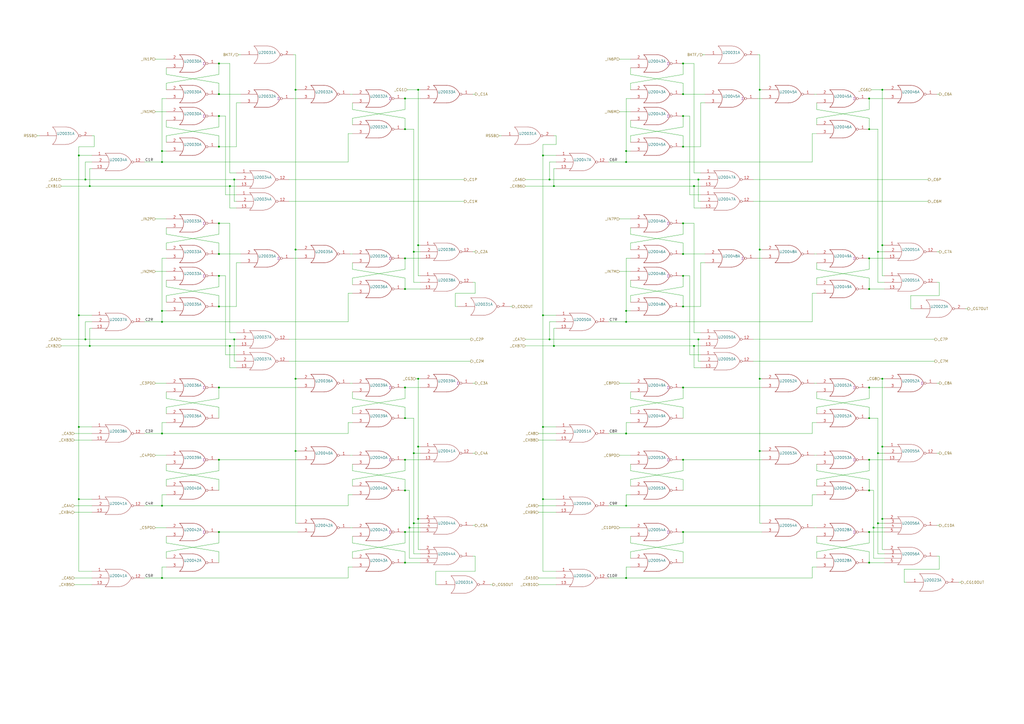
<source format=kicad_sch>
(kicad_sch (version 20211123) (generator eeschema)
  (paper "A2")
  (junction (at 242.57 300.99))
  (junction (at 234.95 57.15))
  (junction (at 440.69 219.71))
  (junction (at 440.69 144.78))
  (junction (at 242.57 219.71))
  (junction (at 396.24 224.79))
  (junction (at 49.53 196.85))
  (junction (at 509.27 146.05))
  (junction (at 127 54.61))
  (junction (at 234.95 74.93))
  (junction (at 171.45 52.07))
  (junction (at 237.49 306.07))
  (junction (at 363.22 293.37))
  (junction (at 52.07 200.66))
  (junction (at 511.81 259.08))
  (junction (at 135.89 104.14))
  (junction (at 234.95 242.57))
  (junction (at 396.24 85.09))
  (junction (at 234.95 284.48))
  (junction (at 127 177.8))
  (junction (at 511.81 219.71))
  (junction (at 314.96 182.88))
  (junction (at 242.57 142.24))
  (junction (at 127 224.79))
  (junction (at 45.72 182.88))
  (junction (at 396.24 129.54))
  (junction (at 314.96 289.56))
  (junction (at 234.95 266.7))
  (junction (at 405.13 196.85))
  (junction (at 52.07 107.95))
  (junction (at 127 36.83))
  (junction (at 127 67.31))
  (junction (at 509.27 262.89))
  (junction (at 506.73 306.07))
  (junction (at 127 85.09))
  (junction (at 135.89 196.85))
  (junction (at 127 147.32))
  (junction (at 93.98 87.63))
  (junction (at 504.19 149.86))
  (junction (at 240.03 146.05))
  (junction (at 242.57 259.08))
  (junction (at 171.45 144.78))
  (junction (at 318.77 104.14))
  (junction (at 133.35 107.95))
  (junction (at 240.03 303.53))
  (junction (at 396.24 54.61))
  (junction (at 127 129.54))
  (junction (at 93.98 180.34))
  (junction (at 504.19 284.48))
  (junction (at 396.24 266.7))
  (junction (at 363.22 87.63))
  (junction (at 396.24 160.02))
  (junction (at 363.22 335.28))
  (junction (at 405.13 104.14))
  (junction (at 363.22 251.46))
  (junction (at 171.45 219.71))
  (junction (at 234.95 167.64))
  (junction (at 363.22 180.34))
  (junction (at 396.24 177.8))
  (junction (at 402.59 200.66))
  (junction (at 504.19 308.61))
  (junction (at 504.19 242.57))
  (junction (at 504.19 266.7))
  (junction (at 511.81 52.07))
  (junction (at 93.98 93.98))
  (junction (at 504.19 224.79))
  (junction (at 314.96 247.65))
  (junction (at 234.95 326.39))
  (junction (at 504.19 326.39))
  (junction (at 240.03 262.89))
  (junction (at 314.96 90.17))
  (junction (at 93.98 251.46))
  (junction (at 127 308.61))
  (junction (at 133.35 200.66))
  (junction (at 440.69 261.62))
  (junction (at 504.19 57.15))
  (junction (at 504.19 167.64))
  (junction (at 234.95 149.86))
  (junction (at 511.81 300.99))
  (junction (at 45.72 247.65))
  (junction (at 509.27 303.53))
  (junction (at 321.31 107.95))
  (junction (at 45.72 289.56))
  (junction (at 511.81 142.24))
  (junction (at 396.24 67.31))
  (junction (at 318.77 196.85))
  (junction (at 396.24 308.61))
  (junction (at 127 266.7))
  (junction (at 363.22 186.69))
  (junction (at 234.95 224.79))
  (junction (at 93.98 335.28))
  (junction (at 321.31 200.66))
  (junction (at 440.69 52.07))
  (junction (at 127 160.02))
  (junction (at 242.57 52.07))
  (junction (at 402.59 107.95))
  (junction (at 45.72 90.17))
  (junction (at 93.98 293.37))
  (junction (at 396.24 36.83))
  (junction (at 93.98 186.69))
  (junction (at 504.19 74.93))
  (junction (at 49.53 104.14))
  (junction (at 171.45 261.62))
  (junction (at 396.24 147.32))
  (junction (at 363.22 93.98))
  (junction (at 234.95 308.61))
  (wire (pts (xy 252.73 339.09) (xy 252.73 331.47)))
  (wire (pts (xy 96.52 306.07) (xy 90.17 306.07)))
  (wire (pts (xy 396.24 48.26) (xy 365.76 43.18)))
  (wire (pts (xy 544.83 54.61) (xy 543.56 54.61)))
  (wire (pts (xy 52.07 190.5) (xy 52.07 200.66)))
  (wire (pts (xy 127 85.09) (xy 137.16 85.09)))
  (wire (pts (xy 96.52 34.29) (xy 90.17 34.29)))
  (wire (pts (xy 45.72 247.65) (xy 53.34 247.65)))
  (wire (pts (xy 295.91 177.8) (xy 297.18 177.8)))
  (wire (pts (xy 440.69 31.75) (xy 440.69 52.07)))
  (wire (pts (xy 96.52 78.74) (xy 96.52 82.55)))
  (wire (pts (xy 322.58 190.5) (xy 321.31 190.5)))
  (wire (pts (xy 275.59 262.89) (xy 274.32 262.89)))
  (wire (pts (xy 96.52 171.45) (xy 96.52 175.26)))
  (wire (pts (xy 234.95 74.93) (xy 234.95 68.58)))
  (wire (pts (xy 473.71 63.5) (xy 473.71 59.69)))
  (wire (pts (xy 440.69 261.62) (xy 441.96 261.62)))
  (wire (pts (xy 504.19 308.61) (xy 504.19 314.96)))
  (wire (pts (xy 504.19 68.58) (xy 473.71 63.5)))
  (wire (pts (xy 236.22 52.07) (xy 242.57 52.07)))
  (wire (pts (xy 436.88 104.14) (xy 538.48 104.14)))
  (wire (pts (xy 439.42 149.86) (xy 441.96 149.86)))
  (wire (pts (xy 234.95 74.93) (xy 240.03 74.93)))
  (wire (pts (xy 45.72 182.88) (xy 45.72 247.65)))
  (wire (pts (xy 96.52 314.96) (xy 96.52 311.15)))
  (wire (pts (xy 504.19 167.64) (xy 504.19 161.29)))
  (wire (pts (xy 504.19 149.86) (xy 504.19 156.21)))
  (wire (pts (xy 234.95 231.14) (xy 204.47 236.22)))
  (wire (pts (xy 365.76 231.14) (xy 365.76 227.33)))
  (wire (pts (xy 172.72 266.7) (xy 127 266.7)))
  (wire (pts (xy 234.95 273.05) (xy 204.47 278.13)))
  (wire (pts (xy 234.95 284.48) (xy 237.49 284.48)))
  (wire (pts (xy 96.52 273.05) (xy 96.52 269.24)))
  (wire (pts (xy 93.98 328.93) (xy 93.98 335.28)))
  (wire (pts (xy 22.86 78.74) (xy 21.59 78.74)))
  (wire (pts (xy 35.56 200.66) (xy 52.07 200.66)))
  (wire (pts (xy 234.95 156.21) (xy 204.47 161.29)))
  (wire (pts (xy 93.98 287.02) (xy 93.98 293.37)))
  (wire (pts (xy 264.16 177.8) (xy 264.16 170.18)))
  (wire (pts (xy 312.42 335.28) (xy 322.58 335.28)))
  (wire (pts (xy 172.72 224.79) (xy 127 224.79)))
  (wire (pts (xy 171.45 303.53) (xy 172.72 303.53)))
  (wire (pts (xy 365.76 73.66) (xy 365.76 69.85)))
  (wire (pts (xy 314.96 90.17) (xy 322.58 90.17)))
  (wire (pts (xy 363.22 293.37) (xy 471.17 293.37)))
  (wire (pts (xy 471.17 93.98) (xy 471.17 77.47)))
  (wire (pts (xy 275.59 54.61) (xy 274.32 54.61)))
  (wire (pts (xy 396.24 273.05) (xy 365.76 278.13)))
  (wire (pts (xy 96.52 320.04) (xy 96.52 323.85)))
  (wire (pts (xy 471.17 251.46) (xy 471.17 245.11)))
  (wire (pts (xy 504.19 161.29) (xy 473.71 156.21)))
  (wire (pts (xy 133.35 107.95) (xy 137.16 107.95)))
  (wire (pts (xy 127 67.31) (xy 127 73.66)))
  (wire (pts (xy 511.81 52.07) (xy 513.08 52.07)))
  (wire (pts (xy 234.95 68.58) (xy 204.47 63.5)))
  (wire (pts (xy 242.57 142.24) (xy 242.57 160.02)))
  (wire (pts (xy 504.19 156.21) (xy 473.71 161.29)))
  (wire (pts (xy 304.8 196.85) (xy 318.77 196.85)))
  (wire (pts (xy 45.72 182.88) (xy 53.34 182.88)))
  (wire (pts (xy 204.47 68.58) (xy 204.47 72.39)))
  (wire (pts (xy 544.83 146.05) (xy 543.56 146.05)))
  (wire (pts (xy 363.22 287.02) (xy 363.22 293.37)))
  (wire (pts (xy 43.18 293.37) (xy 53.34 293.37)))
  (wire (pts (xy 405.13 196.85) (xy 405.13 209.55)))
  (wire (pts (xy 167.64 209.55) (xy 273.05 209.55)))
  (wire (pts (xy 54.61 85.09) (xy 45.72 85.09)))
  (wire (pts (xy 171.45 219.71) (xy 171.45 261.62)))
  (wire (pts (xy 83.82 335.28) (xy 93.98 335.28)))
  (wire (pts (xy 396.24 326.39) (xy 396.24 320.04)))
  (wire (pts (xy 396.24 36.83) (xy 396.24 43.18)))
  (wire (pts (xy 234.95 224.79) (xy 234.95 231.14)))
  (wire (pts (xy 504.19 278.13) (xy 473.71 273.05)))
  (wire (pts (xy 396.24 236.22) (xy 365.76 231.14)))
  (wire (pts (xy 511.81 142.24) (xy 511.81 160.02)))
  (wire (pts (xy 52.07 107.95) (xy 133.35 107.95)))
  (wire (pts (xy 322.58 78.74) (xy 321.31 78.74)))
  (wire (pts (xy 52.07 97.79) (xy 52.07 107.95)))
  (wire (pts (xy 234.95 266.7) (xy 234.95 273.05)))
  (wire (pts (xy 96.52 278.13) (xy 96.52 281.94)))
  (wire (pts (xy 511.81 259.08) (xy 513.08 259.08)))
  (wire (pts (xy 402.59 100.33) (xy 406.4 100.33)))
  (wire (pts (xy 509.27 146.05) (xy 513.08 146.05)))
  (wire (pts (xy 396.24 320.04) (xy 365.76 314.96)))
  (wire (pts (xy 402.59 129.54) (xy 402.59 193.04)))
  (wire (pts (xy 400.05 160.02) (xy 400.05 205.74)))
  (wire (pts (xy 506.73 284.48) (xy 506.73 306.07)))
  (wire (pts (xy 133.35 107.95) (xy 133.35 120.65)))
  (wire (pts (xy 137.16 85.09) (xy 137.16 59.69)))
  (wire (pts (xy 396.24 67.31) (xy 396.24 73.66)))
  (wire (pts (xy 365.76 140.97) (xy 365.76 144.78)))
  (wire (pts (xy 322.58 297.18) (xy 312.42 297.18)))
  (wire (pts (xy 436.88 209.55) (xy 542.29 209.55)))
  (wire (pts (xy 353.06 293.37) (xy 363.22 293.37)))
  (wire (pts (xy 396.24 43.18) (xy 365.76 48.26)))
  (wire (pts (xy 402.59 200.66) (xy 406.4 200.66)))
  (wire (pts (xy 234.95 236.22) (xy 204.47 231.14)))
  (wire (pts (xy 127 320.04) (xy 96.52 314.96)))
  (wire (pts (xy 509.27 303.53) (xy 509.27 321.31)))
  (wire (pts (xy 201.93 245.11) (xy 204.47 245.11)))
  (wire (pts (xy 402.59 107.95) (xy 406.4 107.95)))
  (wire (pts (xy 49.53 93.98) (xy 53.34 93.98)))
  (wire (pts (xy 511.81 160.02) (xy 513.08 160.02)))
  (wire (pts (xy 524.51 330.2) (xy 524.51 337.82)))
  (wire (pts (xy 314.96 83.82) (xy 314.96 90.17)))
  (wire (pts (xy 204.47 273.05) (xy 204.47 269.24)))
  (wire (pts (xy 234.95 161.29) (xy 204.47 156.21)))
  (wire (pts (xy 402.59 36.83) (xy 402.59 100.33)))
  (wire (pts (xy 133.35 200.66) (xy 133.35 213.36)))
  (wire (pts (xy 96.52 64.77) (xy 90.17 64.77)))
  (wire (pts (xy 201.93 77.47) (xy 204.47 77.47)))
  (wire (pts (xy 130.81 160.02) (xy 130.81 205.74)))
  (wire (pts (xy 504.19 326.39) (xy 504.19 320.04)))
  (wire (pts (xy 396.24 147.32) (xy 408.94 147.32)))
  (wire (pts (xy 234.95 167.64) (xy 234.95 161.29)))
  (wire (pts (xy 171.45 219.71) (xy 172.72 219.71)))
  (wire (pts (xy 314.96 247.65) (xy 314.96 289.56)))
  (wire (pts (xy 35.56 104.14) (xy 49.53 104.14)))
  (wire (pts (xy 43.18 335.28) (xy 53.34 335.28)))
  (wire (pts (xy 504.19 284.48) (xy 504.19 278.13)))
  (wire (pts (xy 242.57 219.71) (xy 243.84 219.71)))
  (wire (pts (xy 204.47 236.22) (xy 204.47 240.03)))
  (wire (pts (xy 402.59 213.36) (xy 406.4 213.36)))
  (wire (pts (xy 242.57 318.77) (xy 243.84 318.77)))
  (wire (pts (xy 471.17 293.37) (xy 471.17 287.02)))
  (wire (pts (xy 506.73 306.07) (xy 513.08 306.07)))
  (wire (pts (xy 203.2 264.16) (xy 204.47 264.16)))
  (wire (pts (xy 127 129.54) (xy 133.35 129.54)))
  (wire (pts (xy 365.76 314.96) (xy 365.76 311.15)))
  (wire (pts (xy 511.81 300.99) (xy 511.81 318.77)))
  (wire (pts (xy 53.34 339.09) (xy 43.18 339.09)))
  (wire (pts (xy 127 231.14) (xy 96.52 236.22)))
  (wire (pts (xy 363.22 186.69) (xy 471.17 186.69)))
  (wire (pts (xy 203.2 306.07) (xy 204.47 306.07)))
  (wire (pts (xy 396.24 129.54) (xy 402.59 129.54)))
  (wire (pts (xy 234.95 242.57) (xy 234.95 236.22)))
  (wire (pts (xy 314.96 331.47) (xy 322.58 331.47)))
  (wire (pts (xy 234.95 308.61) (xy 243.84 308.61)))
  (wire (pts (xy 472.44 306.07) (xy 473.71 306.07)))
  (wire (pts (xy 35.56 107.95) (xy 52.07 107.95)))
  (wire (pts (xy 49.53 186.69) (xy 53.34 186.69)))
  (wire (pts (xy 511.81 318.77) (xy 513.08 318.77)))
  (wire (pts (xy 93.98 87.63) (xy 93.98 93.98)))
  (wire (pts (xy 543.56 322.58) (xy 544.83 322.58)))
  (wire (pts (xy 135.89 116.84) (xy 137.16 116.84)))
  (wire (pts (xy 472.44 147.32) (xy 473.71 147.32)))
  (wire (pts (xy 45.72 289.56) (xy 45.72 331.47)))
  (wire (pts (xy 543.56 163.83) (xy 544.83 163.83)))
  (wire (pts (xy 167.64 196.85) (xy 273.05 196.85)))
  (wire (pts (xy 93.98 293.37) (xy 201.93 293.37)))
  (wire (pts (xy 353.06 335.28) (xy 363.22 335.28)))
  (wire (pts (xy 234.95 57.15) (xy 234.95 63.5)))
  (wire (pts (xy 127 177.8) (xy 127 171.45)))
  (wire (pts (xy 396.24 266.7) (xy 396.24 273.05)))
  (wire (pts (xy 396.24 160.02) (xy 396.24 166.37)))
  (wire (pts (xy 318.77 104.14) (xy 318.77 93.98)))
  (wire (pts (xy 93.98 245.11) (xy 96.52 245.11)))
  (wire (pts (xy 234.95 284.48) (xy 234.95 278.13)))
  (wire (pts (xy 242.57 300.99) (xy 243.84 300.99)))
  (wire (pts (xy 201.93 293.37) (xy 201.93 287.02)))
  (wire (pts (xy 130.81 67.31) (xy 130.81 113.03)))
  (wire (pts (xy 127 160.02) (xy 130.81 160.02)))
  (wire (pts (xy 171.45 144.78) (xy 171.45 219.71)))
  (wire (pts (xy 204.47 314.96) (xy 204.47 311.15)))
  (wire (pts (xy 396.24 177.8) (xy 406.4 177.8)))
  (wire (pts (xy 544.83 222.25) (xy 543.56 222.25)))
  (wire (pts (xy 363.22 180.34) (xy 365.76 180.34)))
  (wire (pts (xy 504.19 224.79) (xy 504.19 231.14)))
  (wire (pts (xy 473.71 156.21) (xy 473.71 152.4)))
  (wire (pts (xy 204.47 161.29) (xy 204.47 165.1)))
  (wire (pts (xy 137.16 59.69) (xy 139.7 59.69)))
  (wire (pts (xy 400.05 113.03) (xy 406.4 113.03)))
  (wire (pts (xy 242.57 160.02) (xy 243.84 160.02)))
  (wire (pts (xy 436.88 196.85) (xy 542.29 196.85)))
  (wire (pts (xy 471.17 170.18) (xy 473.71 170.18)))
  (wire (pts (xy 240.03 146.05) (xy 243.84 146.05)))
  (wire (pts (xy 363.22 287.02) (xy 365.76 287.02)))
  (wire (pts (xy 365.76 306.07) (xy 359.41 306.07)))
  (wire (pts (xy 406.4 177.8) (xy 406.4 152.4)))
  (wire (pts (xy 363.22 57.15) (xy 365.76 57.15)))
  (wire (pts (xy 201.93 186.69) (xy 201.93 170.18)))
  (wire (pts (xy 127 54.61) (xy 139.7 54.61)))
  (wire (pts (xy 170.18 149.86) (xy 172.72 149.86)))
  (wire (pts (xy 127 236.22) (xy 96.52 231.14)))
  (wire (pts (xy 318.77 93.98) (xy 322.58 93.98)))
  (wire (pts (xy 240.03 262.89) (xy 243.84 262.89)))
  (wire (pts (xy 130.81 205.74) (xy 137.16 205.74)))
  (wire (pts (xy 45.72 90.17) (xy 45.72 182.88)))
  (wire (pts (xy 504.19 242.57) (xy 509.27 242.57)))
  (wire (pts (xy 127 43.18) (xy 96.52 48.26)))
  (wire (pts (xy 133.35 100.33) (xy 137.16 100.33)))
  (wire (pts (xy 49.53 104.14) (xy 49.53 93.98)))
  (wire (pts (xy 406.4 152.4) (xy 408.94 152.4)))
  (wire (pts (xy 96.52 264.16) (xy 90.17 264.16)))
  (wire (pts (xy 314.96 182.88) (xy 314.96 247.65)))
  (wire (pts (xy 52.07 200.66) (xy 133.35 200.66)))
  (wire (pts (xy 473.71 273.05) (xy 473.71 269.24)))
  (wire (pts (xy 314.96 289.56) (xy 314.96 331.47)))
  (wire (pts (xy 234.95 224.79) (xy 243.84 224.79)))
  (wire (pts (xy 201.93 170.18) (xy 204.47 170.18)))
  (wire (pts (xy 127 278.13) (xy 96.52 273.05)))
  (wire (pts (xy 365.76 135.89) (xy 365.76 132.08)))
  (wire (pts (xy 440.69 144.78) (xy 441.96 144.78)))
  (wire (pts (xy 54.61 78.74) (xy 53.34 78.74)))
  (wire (pts (xy 396.24 85.09) (xy 396.24 78.74)))
  (wire (pts (xy 135.89 209.55) (xy 137.16 209.55)))
  (wire (pts (xy 506.73 323.85) (xy 513.08 323.85)))
  (wire (pts (xy 473.71 278.13) (xy 473.71 281.94)))
  (wire (pts (xy 509.27 146.05) (xy 509.27 163.83)))
  (wire (pts (xy 318.77 186.69) (xy 322.58 186.69)))
  (wire (pts (xy 83.82 93.98) (xy 93.98 93.98)))
  (wire (pts (xy 504.19 74.93) (xy 504.19 68.58)))
  (wire (pts (xy 53.34 255.27) (xy 43.18 255.27)))
  (wire (pts (xy 139.7 31.75) (xy 138.43 31.75)))
  (wire (pts (xy 396.24 129.54) (xy 396.24 135.89)))
  (wire (pts (xy 127 135.89) (xy 96.52 140.97)))
  (wire (pts (xy 363.22 328.93) (xy 363.22 335.28)))
  (wire (pts (xy 363.22 149.86) (xy 363.22 180.34)))
  (wire (pts (xy 96.52 236.22) (xy 96.52 240.03)))
  (wire (pts (xy 365.76 48.26) (xy 365.76 52.07)))
  (wire (pts (xy 135.89 104.14) (xy 135.89 116.84)))
  (wire (pts (xy 406.4 85.09) (xy 406.4 59.69)))
  (wire (pts (xy 504.19 314.96) (xy 473.71 320.04)))
  (wire (pts (xy 234.95 308.61) (xy 234.95 314.96)))
  (wire (pts (xy 93.98 180.34) (xy 93.98 186.69)))
  (wire (pts (xy 242.57 259.08) (xy 243.84 259.08)))
  (wire (pts (xy 528.32 171.45) (xy 528.32 179.07)))
  (wire (pts (xy 234.95 320.04) (xy 204.47 314.96)))
  (wire (pts (xy 436.88 116.84) (xy 538.48 116.84)))
  (wire (pts (xy 402.59 200.66) (xy 402.59 213.36)))
  (wire (pts (xy 504.19 57.15) (xy 513.08 57.15)))
  (wire (pts (xy 544.83 322.58) (xy 544.83 330.2)))
  (wire (pts (xy 290.83 78.74) (xy 289.56 78.74)))
  (wire (pts (xy 363.22 328.93) (xy 365.76 328.93)))
  (wire (pts (xy 509.27 303.53) (xy 513.08 303.53)))
  (wire (pts (xy 321.31 190.5) (xy 321.31 200.66)))
  (wire (pts (xy 127 85.09) (xy 127 78.74)))
  (wire (pts (xy 400.05 67.31) (xy 400.05 113.03)))
  (wire (pts (xy 544.83 262.89) (xy 543.56 262.89)))
  (wire (pts (xy 365.76 236.22) (xy 365.76 240.03)))
  (wire (pts (xy 127 147.32) (xy 139.7 147.32)))
  (wire (pts (xy 203.2 222.25) (xy 204.47 222.25)))
  (wire (pts (xy 167.64 116.84) (xy 269.24 116.84)))
  (wire (pts (xy 408.94 31.75) (xy 407.67 31.75)))
  (wire (pts (xy 93.98 328.93) (xy 96.52 328.93)))
  (wire (pts (xy 504.19 224.79) (xy 513.08 224.79)))
  (wire (pts (xy 127 308.61) (xy 127 314.96)))
  (wire (pts (xy 242.57 52.07) (xy 242.57 142.24)))
  (wire (pts (xy 365.76 127) (xy 359.41 127)))
  (wire (pts (xy 204.47 63.5) (xy 204.47 59.69)))
  (wire (pts (xy 96.52 48.26) (xy 96.52 52.07)))
  (wire (pts (xy 321.31 107.95) (xy 402.59 107.95)))
  (wire (pts (xy 234.95 167.64) (xy 243.84 167.64)))
  (wire (pts (xy 402.59 120.65) (xy 406.4 120.65)))
  (wire (pts (xy 127 36.83) (xy 133.35 36.83)))
  (wire (pts (xy 472.44 54.61) (xy 473.71 54.61)))
  (wire (pts (xy 440.69 52.07) (xy 441.96 52.07)))
  (wire (pts (xy 396.24 231.14) (xy 365.76 236.22)))
  (wire (pts (xy 511.81 300.99) (xy 513.08 300.99)))
  (wire (pts (xy 441.96 266.7) (xy 396.24 266.7)))
  (wire (pts (xy 127 166.37) (xy 96.52 171.45)))
  (wire (pts (xy 504.19 74.93) (xy 509.27 74.93)))
  (wire (pts (xy 137.16 152.4) (xy 139.7 152.4)))
  (wire (pts (xy 275.59 331.47) (xy 275.59 322.58)))
  (wire (pts (xy 83.82 251.46) (xy 93.98 251.46)))
  (wire (pts (xy 556.26 337.82) (xy 557.53 337.82)))
  (wire (pts (xy 43.18 251.46) (xy 53.34 251.46)))
  (wire (pts (xy 405.13 196.85) (xy 406.4 196.85)))
  (wire (pts (xy 83.82 186.69) (xy 93.98 186.69)))
  (wire (pts (xy 93.98 93.98) (xy 201.93 93.98)))
  (wire (pts (xy 365.76 64.77) (xy 359.41 64.77)))
  (wire (pts (xy 353.06 251.46) (xy 363.22 251.46)))
  (wire (pts (xy 314.96 83.82) (xy 322.58 83.82)))
  (wire (pts (xy 275.59 146.05) (xy 274.32 146.05)))
  (wire (pts (xy 441.96 224.79) (xy 396.24 224.79)))
  (wire (pts (xy 396.24 224.79) (xy 396.24 231.14)))
  (wire (pts (xy 322.58 339.09) (xy 312.42 339.09)))
  (wire (pts (xy 353.06 93.98) (xy 363.22 93.98)))
  (wire (pts (xy 396.24 135.89) (xy 365.76 140.97)))
  (wire (pts (xy 505.46 52.07) (xy 511.81 52.07)))
  (wire (pts (xy 240.03 74.93) (xy 240.03 146.05)))
  (wire (pts (xy 400.05 205.74) (xy 406.4 205.74)))
  (wire (pts (xy 54.61 78.74) (xy 54.61 85.09)))
  (wire (pts (xy 509.27 163.83) (xy 513.08 163.83)))
  (wire (pts (xy 203.2 147.32) (xy 204.47 147.32)))
  (wire (pts (xy 504.19 236.22) (xy 473.71 231.14)))
  (wire (pts (xy 405.13 209.55) (xy 406.4 209.55)))
  (wire (pts (xy 396.24 160.02) (xy 400.05 160.02)))
  (wire (pts (xy 135.89 104.14) (xy 137.16 104.14)))
  (wire (pts (xy 405.13 104.14) (xy 405.13 116.84)))
  (wire (pts (xy 234.95 314.96) (xy 204.47 320.04)))
  (wire (pts (xy 406.4 59.69) (xy 408.94 59.69)))
  (wire (pts (xy 318.77 104.14) (xy 405.13 104.14)))
  (wire (pts (xy 167.64 104.14) (xy 269.24 104.14)))
  (wire (pts (xy 396.24 36.83) (xy 402.59 36.83)))
  (wire (pts (xy 135.89 196.85) (xy 135.89 209.55)))
  (wire (pts (xy 127 140.97) (xy 96.52 135.89)))
  (wire (pts (xy 93.98 251.46) (xy 201.93 251.46)))
  (wire (pts (xy 365.76 264.16) (xy 359.41 264.16)))
  (wire (pts (xy 93.98 287.02) (xy 96.52 287.02)))
  (wire (pts (xy 127 314.96) (xy 96.52 320.04)))
  (wire (pts (xy 201.93 287.02) (xy 204.47 287.02)))
  (wire (pts (xy 237.49 306.07) (xy 237.49 323.85)))
  (wire (pts (xy 396.24 284.48) (xy 396.24 278.13)))
  (wire (pts (xy 201.93 251.46) (xy 201.93 245.11)))
  (wire (pts (xy 204.47 278.13) (xy 204.47 281.94)))
  (wire (pts (xy 504.19 57.15) (xy 504.19 63.5)))
  (wire (pts (xy 171.45 261.62) (xy 171.45 303.53)))
  (wire (pts (xy 170.18 57.15) (xy 172.72 57.15)))
  (wire (pts (xy 127 73.66) (xy 96.52 78.74)))
  (wire (pts (xy 127 273.05) (xy 96.52 278.13)))
  (wire (pts (xy 304.8 200.66) (xy 321.31 200.66)))
  (wire (pts (xy 133.35 213.36) (xy 137.16 213.36)))
  (wire (pts (xy 441.96 308.61) (xy 396.24 308.61)))
  (wire (pts (xy 504.19 266.7) (xy 504.19 273.05)))
  (wire (pts (xy 127 177.8) (xy 137.16 177.8)))
  (wire (pts (xy 322.58 97.79) (xy 321.31 97.79)))
  (wire (pts (xy 133.35 200.66) (xy 137.16 200.66)))
  (wire (pts (xy 471.17 77.47) (xy 473.71 77.47)))
  (wire (pts (xy 472.44 222.25) (xy 473.71 222.25)))
  (wire (pts (xy 234.95 326.39) (xy 234.95 320.04)))
  (wire (pts (xy 544.83 163.83) (xy 544.83 171.45)))
  (wire (pts (xy 405.13 116.84) (xy 406.4 116.84)))
  (wire (pts (xy 93.98 180.34) (xy 96.52 180.34)))
  (wire (pts (xy 171.45 31.75) (xy 171.45 52.07)))
  (wire (pts (xy 396.24 54.61) (xy 408.94 54.61)))
  (wire (pts (xy 274.32 322.58) (xy 275.59 322.58)))
  (wire (pts (xy 53.34 190.5) (xy 52.07 190.5)))
  (wire (pts (xy 439.42 57.15) (xy 441.96 57.15)))
  (wire (pts (xy 234.95 242.57) (xy 240.03 242.57)))
  (wire (pts (xy 242.57 300.99) (xy 242.57 318.77)))
  (wire (pts (xy 170.18 31.75) (xy 171.45 31.75)))
  (wire (pts (xy 365.76 34.29) (xy 359.41 34.29)))
  (wire (pts (xy 365.76 166.37) (xy 365.76 162.56)))
  (wire (pts (xy 439.42 31.75) (xy 440.69 31.75)))
  (wire (pts (xy 396.24 54.61) (xy 396.24 48.26)))
  (wire (pts (xy 473.71 314.96) (xy 473.71 311.15)))
  (wire (pts (xy 49.53 196.85) (xy 49.53 186.69)))
  (wire (pts (xy 365.76 222.25) (xy 359.41 222.25)))
  (wire (pts (xy 504.19 231.14) (xy 473.71 236.22)))
  (wire (pts (xy 240.03 262.89) (xy 240.03 303.53)))
  (wire (pts (xy 49.53 196.85) (xy 135.89 196.85)))
  (wire (pts (xy 504.19 266.7) (xy 513.08 266.7)))
  (wire (pts (xy 318.77 196.85) (xy 405.13 196.85)))
  (wire (pts (xy 127 242.57) (xy 127 236.22)))
  (wire (pts (xy 234.95 149.86) (xy 234.95 156.21)))
  (wire (pts (xy 242.57 142.24) (xy 243.84 142.24)))
  (wire (pts (xy 511.81 219.71) (xy 511.81 259.08)))
  (wire (pts (xy 127 160.02) (xy 127 166.37)))
  (wire (pts (xy 241.3 219.71) (xy 242.57 219.71)))
  (wire (pts (xy 96.52 127) (xy 90.17 127)))
  (wire (pts (xy 504.19 167.64) (xy 513.08 167.64)))
  (wire (pts (xy 127 326.39) (xy 127 320.04)))
  (wire (pts (xy 127 284.48) (xy 127 278.13)))
  (wire (pts (xy 544.83 330.2) (xy 524.51 330.2)))
  (wire (pts (xy 237.49 323.85) (xy 243.84 323.85)))
  (wire (pts (xy 322.58 83.82) (xy 322.58 78.74)))
  (wire (pts (xy 363.22 245.11) (xy 363.22 251.46)))
  (wire (pts (xy 509.27 321.31) (xy 513.08 321.31)))
  (wire (pts (xy 133.35 129.54) (xy 133.35 193.04)))
  (wire (pts (xy 471.17 245.11) (xy 473.71 245.11)))
  (wire (pts (xy 471.17 328.93) (xy 473.71 328.93)))
  (wire (pts (xy 93.98 149.86) (xy 96.52 149.86)))
  (wire (pts (xy 45.72 90.17) (xy 53.34 90.17)))
  (wire (pts (xy 304.8 104.14) (xy 318.77 104.14)))
  (wire (pts (xy 509.27 242.57) (xy 509.27 262.89)))
  (wire (pts (xy 363.22 180.34) (xy 363.22 186.69)))
  (wire (pts (xy 396.24 67.31) (xy 400.05 67.31)))
  (wire (pts (xy 171.45 52.07) (xy 171.45 144.78)))
  (wire (pts (xy 264.16 170.18) (xy 275.59 170.18)))
  (wire (pts (xy 365.76 278.13) (xy 365.76 281.94)))
  (wire (pts (xy 240.03 163.83) (xy 243.84 163.83)))
  (wire (pts (xy 49.53 104.14) (xy 135.89 104.14)))
  (wire (pts (xy 312.42 251.46) (xy 322.58 251.46)))
  (wire (pts (xy 242.57 52.07) (xy 243.84 52.07)))
  (wire (pts (xy 510.54 219.71) (xy 511.81 219.71)))
  (wire (pts (xy 201.93 335.28) (xy 201.93 328.93)))
  (wire (pts (xy 504.19 63.5) (xy 473.71 68.58)))
  (wire (pts (xy 240.03 303.53) (xy 243.84 303.53)))
  (wire (pts (xy 93.98 57.15) (xy 93.98 87.63)))
  (wire (pts (xy 504.19 242.57) (xy 504.19 236.22)))
  (wire (pts (xy 473.71 161.29) (xy 473.71 165.1)))
  (wire (pts (xy 322.58 255.27) (xy 312.42 255.27)))
  (wire (pts (xy 93.98 57.15) (xy 96.52 57.15)))
  (wire (pts (xy 93.98 87.63) (xy 96.52 87.63)))
  (wire (pts (xy 363.22 57.15) (xy 363.22 87.63)))
  (wire (pts (xy 504.19 326.39) (xy 513.08 326.39)))
  (wire (pts (xy 314.96 182.88) (xy 322.58 182.88)))
  (wire (pts (xy 504.19 149.86) (xy 513.08 149.86)))
  (wire (pts (xy 396.24 308.61) (xy 396.24 314.96)))
  (wire (pts (xy 127 171.45) (xy 96.52 166.37)))
  (wire (pts (xy 45.72 85.09) (xy 45.72 90.17)))
  (wire (pts (xy 135.89 196.85) (xy 137.16 196.85)))
  (wire (pts (xy 524.51 337.82) (xy 525.78 337.82)))
  (wire (pts (xy 234.95 63.5) (xy 204.47 68.58)))
  (wire (pts (xy 93.98 245.11) (xy 93.98 251.46)))
  (wire (pts (xy 363.22 251.46) (xy 471.17 251.46)))
  (wire (pts (xy 265.43 177.8) (xy 264.16 177.8)))
  (wire (pts (xy 137.16 177.8) (xy 137.16 152.4)))
  (wire (pts (xy 471.17 335.28) (xy 471.17 328.93)))
  (wire (pts (xy 440.69 303.53) (xy 441.96 303.53)))
  (wire (pts (xy 544.83 171.45) (xy 528.32 171.45)))
  (wire (pts (xy 275.59 222.25) (xy 274.32 222.25)))
  (wire (pts (xy 304.8 107.95) (xy 321.31 107.95)))
  (wire (pts (xy 314.96 289.56) (xy 322.58 289.56)))
  (wire (pts (xy 96.52 140.97) (xy 96.52 144.78)))
  (wire (pts (xy 204.47 156.21) (xy 204.47 152.4)))
  (wire (pts (xy 365.76 320.04) (xy 365.76 323.85)))
  (wire (pts (xy 363.22 87.63) (xy 363.22 93.98)))
  (wire (pts (xy 511.81 219.71) (xy 513.08 219.71)))
  (wire (pts (xy 440.69 52.07) (xy 440.69 144.78)))
  (wire (pts (xy 133.35 120.65) (xy 137.16 120.65)))
  (wire (pts (xy 509.27 74.93) (xy 509.27 146.05)))
  (wire (pts (xy 365.76 78.74) (xy 365.76 82.55)))
  (wire (pts (xy 471.17 287.02) (xy 473.71 287.02)))
  (wire (pts (xy 93.98 149.86) (xy 93.98 180.34)))
  (wire (pts (xy 473.71 231.14) (xy 473.71 227.33)))
  (wire (pts (xy 96.52 166.37) (xy 96.52 162.56)))
  (wire (pts (xy 405.13 104.14) (xy 406.4 104.14)))
  (wire (pts (xy 321.31 97.79) (xy 321.31 107.95)))
  (wire (pts (xy 242.57 259.08) (xy 242.57 300.99)))
  (wire (pts (xy 127 78.74) (xy 96.52 73.66)))
  (wire (pts (xy 321.31 200.66) (xy 402.59 200.66)))
  (wire (pts (xy 274.32 163.83) (xy 275.59 163.83)))
  (wire (pts (xy 363.22 149.86) (xy 365.76 149.86)))
  (wire (pts (xy 314.96 90.17) (xy 314.96 182.88)))
  (wire (pts (xy 45.72 331.47) (xy 53.34 331.47)))
  (wire (pts (xy 127 224.79) (xy 127 231.14)))
  (wire (pts (xy 284.48 339.09) (xy 285.75 339.09)))
  (wire (pts (xy 511.81 259.08) (xy 511.81 300.99)))
  (wire (pts (xy 204.47 231.14) (xy 204.47 227.33)))
  (wire (pts (xy 506.73 306.07) (xy 506.73 323.85)))
  (wire (pts (xy 133.35 36.83) (xy 133.35 100.33)))
  (wire (pts (xy 318.77 196.85) (xy 318.77 186.69)))
  (wire (pts (xy 312.42 293.37) (xy 322.58 293.37)))
  (wire (pts (xy 440.69 144.78) (xy 440.69 219.71)))
  (wire (pts (xy 396.24 314.96) (xy 365.76 320.04)))
  (wire (pts (xy 396.24 177.8) (xy 396.24 171.45)))
  (wire (pts (xy 234.95 326.39) (xy 243.84 326.39)))
  (wire (pts (xy 130.81 113.03) (xy 137.16 113.03)))
  (wire (pts (xy 511.81 52.07) (xy 511.81 142.24)))
  (wire (pts (xy 275.59 170.18) (xy 275.59 163.83)))
  (wire (pts (xy 171.45 261.62) (xy 172.72 261.62)))
  (wire (pts (xy 363.22 87.63) (xy 365.76 87.63)))
  (wire (pts (xy 96.52 73.66) (xy 96.52 69.85)))
  (wire (pts (xy 471.17 186.69) (xy 471.17 170.18)))
  (wire (pts (xy 127 67.31) (xy 130.81 67.31)))
  (wire (pts (xy 240.03 303.53) (xy 240.03 321.31)))
  (wire (pts (xy 353.06 186.69) (xy 363.22 186.69)))
  (wire (pts (xy 440.69 219.71) (xy 441.96 219.71)))
  (wire (pts (xy 472.44 264.16) (xy 473.71 264.16)))
  (wire (pts (xy 53.34 297.18) (xy 43.18 297.18)))
  (wire (pts (xy 171.45 144.78) (xy 172.72 144.78)))
  (wire (pts (xy 93.98 335.28) (xy 201.93 335.28)))
  (wire (pts (xy 96.52 222.25) (xy 90.17 222.25)))
  (wire (pts (xy 201.93 328.93) (xy 204.47 328.93)))
  (wire (pts (xy 234.95 57.15) (xy 243.84 57.15)))
  (wire (pts (xy 504.19 308.61) (xy 513.08 308.61)))
  (wire (pts (xy 127 48.26) (xy 96.52 43.18)))
  (wire (pts (xy 396.24 171.45) (xy 365.76 166.37)))
  (wire (pts (xy 96.52 43.18) (xy 96.52 39.37)))
  (wire (pts (xy 402.59 107.95) (xy 402.59 120.65)))
  (wire (pts (xy 396.24 73.66) (xy 365.76 78.74)))
  (wire (pts (xy 504.19 284.48) (xy 506.73 284.48)))
  (wire (pts (xy 45.72 247.65) (xy 45.72 289.56)))
  (wire (pts (xy 396.24 278.13) (xy 365.76 273.05)))
  (wire (pts (xy 133.35 193.04) (xy 137.16 193.04)))
  (wire (pts (xy 440.69 261.62) (xy 440.69 303.53)))
  (wire (pts (xy 363.22 245.11) (xy 365.76 245.11)))
  (wire (pts (xy 171.45 52.07) (xy 172.72 52.07)))
  (wire (pts (xy 83.82 293.37) (xy 93.98 293.37)))
  (wire (pts (xy 127 129.54) (xy 127 135.89)))
  (wire (pts (xy 365.76 157.48) (xy 359.41 157.48)))
  (wire (pts (xy 96.52 157.48) (xy 90.17 157.48)))
  (wire (pts (xy 237.49 284.48) (xy 237.49 306.07)))
  (wire (pts (xy 93.98 186.69) (xy 201.93 186.69)))
  (wire (pts (xy 402.59 193.04) (xy 406.4 193.04)))
  (wire (pts (xy 275.59 304.8) (xy 274.32 304.8)))
  (wire (pts (xy 504.19 320.04) (xy 473.71 314.96)))
  (wire (pts (xy 396.24 140.97) (xy 365.76 135.89)))
  (wire (pts (xy 440.69 219.71) (xy 440.69 261.62)))
  (wire (pts (xy 396.24 147.32) (xy 396.24 140.97)))
  (wire (pts (xy 237.49 306.07) (xy 243.84 306.07)))
  (wire (pts (xy 127 54.61) (xy 127 48.26)))
  (wire (pts (xy 396.24 78.74) (xy 365.76 73.66)))
  (wire (pts (xy 544.83 304.8) (xy 543.56 304.8)))
  (wire (pts (xy 240.03 321.31) (xy 243.84 321.31)))
  (wire (pts (xy 203.2 54.61) (xy 204.47 54.61)))
  (wire (pts (xy 234.95 266.7) (xy 243.84 266.7)))
  (wire (pts (xy 509.27 262.89) (xy 513.08 262.89)))
  (wire (pts (xy 473.71 320.04) (xy 473.71 323.85)))
  (wire (pts (xy 473.71 68.58) (xy 473.71 72.39)))
  (wire (pts (xy 511.81 142.24) (xy 513.08 142.24)))
  (wire (pts (xy 365.76 273.05) (xy 365.76 269.24)))
  (wire (pts (xy 365.76 171.45) (xy 365.76 175.26)))
  (wire (pts (xy 560.07 179.07) (xy 561.34 179.07)))
  (wire (pts (xy 240.03 146.05) (xy 240.03 163.83)))
  (wire (pts (xy 53.34 97.79) (xy 52.07 97.79)))
  (wire (pts (xy 363.22 93.98) (xy 471.17 93.98)))
  (wire (pts (xy 127 147.32) (xy 127 140.97)))
  (wire (pts (xy 234.95 149.86) (xy 243.84 149.86)))
  (wire (pts (xy 252.73 331.47) (xy 275.59 331.47)))
  (wire (pts (xy 204.47 320.04) (xy 204.47 323.85)))
  (wire (pts (xy 201.93 93.98) (xy 201.93 77.47)))
  (wire (pts (xy 96.52 135.89) (xy 96.52 132.08)))
  (wire (pts (xy 473.71 236.22) (xy 473.71 240.03)))
  (wire (pts (xy 240.03 242.57) (xy 240.03 262.89)))
  (wire (pts (xy 45.72 289.56) (xy 53.34 289.56)))
  (wire (pts (xy 396.24 85.09) (xy 406.4 85.09)))
  (wire (pts (xy 234.95 278.13) (xy 204.47 273.05)))
  (wire (pts (xy 363.22 335.28) (xy 471.17 335.28)))
  (wire (pts (xy 127 36.83) (xy 127 43.18)))
  (wire (pts (xy 509.27 262.89) (xy 509.27 303.53)))
  (wire (pts (xy 172.72 308.61) (xy 127 308.61)))
  (wire (pts (xy 254 339.09) (xy 252.73 339.09)))
  (wire (pts (xy 242.57 219.71) (xy 242.57 259.08)))
  (wire (pts (xy 127 266.7) (xy 127 273.05)))
  (wire (pts (xy 365.76 43.18) (xy 365.76 39.37)))
  (wire (pts (xy 314.96 247.65) (xy 322.58 247.65)))
  (wire (pts (xy 396.24 166.37) (xy 365.76 171.45)))
  (wire (pts (xy 504.19 273.05) (xy 473.71 278.13)))
  (wire (pts (xy 35.56 196.85) (xy 49.53 196.85)))
  (wire (pts (xy 396.24 242.57) (xy 396.24 236.22)))
  (wire (pts (xy 96.52 231.14) (xy 96.52 227.33)))
  (wire (pts (xy 528.32 179.07) (xy 529.59 179.07)))
  (label "C5R" (at 88.9 335.28 180) (effects (font (size 1.524 1.524))))
  (label "C10R" (at 358.14 335.28 180) (effects (font (size 1.524 1.524))))
  (label "C4R" (at 88.9 293.37 180) (effects (font (size 1.524 1.524))))
  (label "C3R" (at 88.9 251.46 180) (effects (font (size 1.524 1.524))))
  (label "C2R" (at 88.9 186.69 180) (effects (font (size 1.524 1.524))))
  (label "C7R" (at 358.14 186.69 180) (effects (font (size 1.524 1.524))))
  (label "C9R" (at 358.14 293.37 180) (effects (font (size 1.524 1.524))))
  (label "C8R" (at 358.14 251.46 180) (effects (font (size 1.524 1.524))))
  (label "C6R" (at 358.14 93.98 180) (effects (font (size 1.524 1.524))))
  (label "C1R" (at 88.9 93.98 180) (effects (font (size 1.524 1.524))))
  (hierarchical_label "_C10A" (shape output) (at 544.83 304.8 0) (effects (font (size 1.524 1.524))))
  (hierarchical_label "_C3PD" (shape input) (at 90.17 222.25 180) (effects (font (size 1.524 1.524))))
  (hierarchical_label "_CXB5" (shape input) (at 43.18 339.09 180) (effects (font (size 1.524 1.524))))
  (hierarchical_label "_CG7OUT" (shape output) (at 561.34 179.07 0) (effects (font (size 1.524 1.524))))
  (hierarchical_label "_IN2M" (shape input) (at 90.17 157.48 180) (effects (font (size 1.524 1.524))))
  (hierarchical_label "_CG2OUT" (shape output) (at 297.18 177.8 0) (effects (font (size 1.524 1.524))))
  (hierarchical_label "_C4PD" (shape input) (at 90.17 264.16 180) (effects (font (size 1.524 1.524))))
  (hierarchical_label "_CXB7" (shape input) (at 304.8 200.66 180) (effects (font (size 1.524 1.524))))
  (hierarchical_label "_C7P" (shape output) (at 542.29 196.85 0) (effects (font (size 1.524 1.524))))
  (hierarchical_label "_C7M" (shape output) (at 542.29 209.55 0) (effects (font (size 1.524 1.524))))
  (hierarchical_label "_C3A" (shape output) (at 275.59 222.25 0) (effects (font (size 1.524 1.524))))
  (hierarchical_label "RSSB" (shape input) (at 289.56 78.74 180) (effects (font (size 1.524 1.524))))
  (hierarchical_label "_IN7P" (shape input) (at 359.41 127 180) (effects (font (size 1.524 1.524))))
  (hierarchical_label "_C2P" (shape output) (at 273.05 196.85 0) (effects (font (size 1.524 1.524))))
  (hierarchical_label "_IN1P" (shape input) (at 90.17 34.29 180) (effects (font (size 1.524 1.524))))
  (hierarchical_label "_C9A" (shape output) (at 544.83 262.89 0) (effects (font (size 1.524 1.524))))
  (hierarchical_label "_CXB4" (shape input) (at 43.18 297.18 180) (effects (font (size 1.524 1.524))))
  (hierarchical_label "_CA3" (shape input) (at 43.18 251.46 180) (effects (font (size 1.524 1.524))))
  (hierarchical_label "_CA6" (shape input) (at 304.8 104.14 180) (effects (font (size 1.524 1.524))))
  (hierarchical_label "_IN6M" (shape input) (at 359.41 64.77 180) (effects (font (size 1.524 1.524))))
  (hierarchical_label "_CA5" (shape input) (at 43.18 335.28 180) (effects (font (size 1.524 1.524))))
  (hierarchical_label "_CG1" (shape input) (at 236.22 52.07 180) (effects (font (size 1.524 1.524))))
  (hierarchical_label "_CA9" (shape input) (at 312.42 293.37 180) (effects (font (size 1.524 1.524))))
  (hierarchical_label "_CG10OUT" (shape output) (at 557.53 337.82 0) (effects (font (size 1.524 1.524))))
  (hierarchical_label "_CXB10" (shape input) (at 312.42 339.09 180) (effects (font (size 1.524 1.524))))
  (hierarchical_label "BKTF/" (shape input) (at 407.67 31.75 180) (effects (font (size 1.524 1.524))))
  (hierarchical_label "_CA7" (shape input) (at 304.8 196.85 180) (effects (font (size 1.524 1.524))))
  (hierarchical_label "_CA2" (shape input) (at 35.56 196.85 180) (effects (font (size 1.524 1.524))))
  (hierarchical_label "_CG5OUT" (shape output) (at 285.75 339.09 0) (effects (font (size 1.524 1.524))))
  (hierarchical_label "_CA4" (shape input) (at 43.18 293.37 180) (effects (font (size 1.524 1.524))))
  (hierarchical_label "_IN2P" (shape input) (at 90.17 127 180) (effects (font (size 1.524 1.524))))
  (hierarchical_label "_C5PD" (shape input) (at 90.17 306.07 180) (effects (font (size 1.524 1.524))))
  (hierarchical_label "_C8PD" (shape input) (at 359.41 222.25 180) (effects (font (size 1.524 1.524))))
  (hierarchical_label "_C4A" (shape output) (at 275.59 262.89 0) (effects (font (size 1.524 1.524))))
  (hierarchical_label "_CXB6" (shape input) (at 304.8 107.95 180) (effects (font (size 1.524 1.524))))
  (hierarchical_label "_CA1" (shape input) (at 35.56 104.14 180) (effects (font (size 1.524 1.524))))
  (hierarchical_label "_CXB2" (shape input) (at 35.56 200.66 180) (effects (font (size 1.524 1.524))))
  (hierarchical_label "_C10PD" (shape input) (at 359.41 306.07 180) (effects (font (size 1.524 1.524))))
  (hierarchical_label "_C2M" (shape output) (at 273.05 209.55 0) (effects (font (size 1.524 1.524))))
  (hierarchical_label "_C1A" (shape output) (at 275.59 54.61 0) (effects (font (size 1.524 1.524))))
  (hierarchical_label "_C5A" (shape output) (at 275.59 304.8 0) (effects (font (size 1.524 1.524))))
  (hierarchical_label "_CG6" (shape input) (at 505.46 52.07 180) (effects (font (size 1.524 1.524))))
  (hierarchical_label "_CXB1" (shape input) (at 35.56 107.95 180) (effects (font (size 1.524 1.524))))
  (hierarchical_label "_C1M" (shape output) (at 269.24 116.84 0) (effects (font (size 1.524 1.524))))
  (hierarchical_label "_IN6P" (shape input) (at 359.41 34.29 180) (effects (font (size 1.524 1.524))))
  (hierarchical_label "_C9PD" (shape input) (at 359.41 264.16 180) (effects (font (size 1.524 1.524))))
  (hierarchical_label "_C6M" (shape output) (at 538.48 116.84 0) (effects (font (size 1.524 1.524))))
  (hierarchical_label "_CA10" (shape input) (at 312.42 335.28 180) (effects (font (size 1.524 1.524))))
  (hierarchical_label "_IN1M" (shape input) (at 90.17 64.77 180) (effects (font (size 1.524 1.524))))
  (hierarchical_label "_CXB8" (shape input) (at 312.42 255.27 180) (effects (font (size 1.524 1.524))))
  (hierarchical_label "_C7A" (shape output) (at 544.83 146.05 0) (effects (font (size 1.524 1.524))))
  (hierarchical_label "_CG3" (shape input) (at 241.3 219.71 180) (effects (font (size 1.524 1.524))))
  (hierarchical_label "_C2A" (shape output) (at 275.59 146.05 0) (effects (font (size 1.524 1.524))))
  (hierarchical_label "BKTF/" (shape input) (at 138.43 31.75 180) (effects (font (size 1.524 1.524))))
  (hierarchical_label "_CXB9" (shape input) (at 312.42 297.18 180) (effects (font (size 1.524 1.524))))
  (hierarchical_label "RSSB" (shape input) (at 21.59 78.74 180) (effects (font (size 1.524 1.524))))
  (hierarchical_label "_C6P" (shape output) (at 538.48 104.14 0) (effects (font (size 1.524 1.524))))
  (hierarchical_label "_CG8" (shape input) (at 510.54 219.71 180) (effects (font (size 1.524 1.524))))
  (hierarchical_label "_C8A" (shape output) (at 544.83 222.25 0) (effects (font (size 1.524 1.524))))
  (hierarchical_label "_CA8" (shape input) (at 312.42 251.46 180) (effects (font (size 1.524 1.524))))
  (hierarchical_label "_CXB3" (shape input) (at 43.18 255.27 180) (effects (font (size 1.524 1.524))))
  (hierarchical_label "_C1P" (shape output) (at 269.24 104.14 0) (effects (font (size 1.524 1.524))))
  (hierarchical_label "_C6A" (shape output) (at 544.83 54.61 0) (effects (font (size 1.524 1.524))))
  (hierarchical_label "_IN7M" (shape input) (at 359.41 157.48 180) (effects (font (size 1.524 1.524))))
  (symbol (lib_id "agc_kicad_components:74HC02") (at 111.76 36.83 0)
    (property "Reference" "U20030" (at 111.76 35.56 0) (effects (font (size 1.524 1.524))))
    (property "Value" "74HC02" (effects hide))
    (property "Initial" "1" (at 118.11 36.83 0) (effects (font (size 1.524 1.524) italic)))
  )
  (symbol (lib_id "agc_kicad_components:74HC02") (at 111.76 54.61 0)
    (property "Reference" "U20030" (at 111.76 53.34 0) (effects (font (size 1.524 1.524))))
    (property "Value" "74HC02" (effects hide))
  )
  (symbol (lib_id "agc_kicad_components:74HC04") (at 154.94 31.75 0)
    (property "Reference" "U20031" (at 154.94 30.48 0) (effects (font (size 1.524 1.524))))
    (property "Value" "74HC04" (effects hide))
  )
  (symbol (lib_id "agc_kicad_components:74HC02") (at 111.76 67.31 0)
    (property "Reference" "U20030" (at 111.76 66.04 0) (effects (font (size 1.524 1.524))))
    (property "Value" "74HC02" (effects hide))
    (property "Initial" "1" (at 118.11 67.31 0) (effects (font (size 1.524 1.524) italic)))
  )
  (symbol (lib_id "agc_kicad_components:74HC02") (at 111.76 85.09 0)
    (property "Reference" "U20030" (at 111.76 83.82 0) (effects (font (size 1.524 1.524))))
    (property "Value" "74HC02" (effects hide))
  )
  (symbol (lib_id "agc_kicad_components:74HC02") (at 154.94 57.15 0)
    (property "Reference" "U20032" (at 154.94 55.88 0) (effects (font (size 1.524 1.524))))
    (property "Value" "74HC02" (effects hide))
    (property "Initial" "1" (at 161.29 57.15 0) (effects (font (size 1.524 1.524) italic)))
  )
  (symbol (lib_id "agc_kicad_components:74HC02") (at 187.96 54.61 0)
    (property "Reference" "U20032" (at 187.96 53.34 0) (effects (font (size 1.524 1.524))))
    (property "Value" "74HC02" (effects hide))
  )
  (symbol (lib_id "agc_kicad_components:74HC02") (at 219.71 57.15 0)
    (property "Reference" "U20032" (at 219.71 55.88 0) (effects (font (size 1.524 1.524))))
    (property "Value" "74HC02" (effects hide))
    (property "Initial" "1" (at 226.06 57.15 0) (effects (font (size 1.524 1.524) italic)))
  )
  (symbol (lib_id "agc_kicad_components:74HC02") (at 219.71 74.93 0)
    (property "Reference" "U20032" (at 219.71 73.66 0) (effects (font (size 1.524 1.524))))
    (property "Value" "74HC02" (effects hide))
  )
  (symbol (lib_id "agc_kicad_components:74HC02") (at 259.08 54.61 0)
    (property "Reference" "U20033" (at 259.08 53.34 0) (effects (font (size 1.524 1.524))))
    (property "Value" "74HC02" (effects hide))
  )
  (symbol (lib_id "agc_kicad_components:74HC04") (at 38.1 78.74 0)
    (property "Reference" "U20031" (at 38.1 77.47 0) (effects (font (size 1.524 1.524))))
    (property "Value" "74HC04" (effects hide))
  )
  (symbol (lib_id "agc_kicad_components:74HC27") (at 68.58 93.98 0)
    (property "Reference" "U20034" (at 68.58 92.71 0) (effects (font (size 1.524 1.524))))
    (property "Value" "74HC27" (effects hide))
  )
  (symbol (lib_id "agc_kicad_components:74HC27") (at 152.4 104.14 0)
    (property "Reference" "U20034" (at 152.4 102.87 0) (effects (font (size 1.524 1.524))))
    (property "Value" "74HC27" (effects hide))
  )
  (symbol (lib_id "agc_kicad_components:74HC27") (at 152.4 116.84 0)
    (property "Reference" "U20034" (at 152.4 115.57 0) (effects (font (size 1.524 1.524))))
    (property "Value" "74HC27" (effects hide))
  )
  (symbol (lib_id "agc_kicad_components:74HC02") (at 111.76 129.54 0)
    (property "Reference" "U20033" (at 111.76 128.27 0) (effects (font (size 1.524 1.524))))
    (property "Value" "74HC02" (effects hide))
    (property "Initial" "1" (at 118.11 129.54 0) (effects (font (size 1.524 1.524) italic)))
  )
  (symbol (lib_id "agc_kicad_components:74HC02") (at 111.76 147.32 0)
    (property "Reference" "U20033" (at 111.76 146.05 0) (effects (font (size 1.524 1.524))))
    (property "Value" "74HC02" (effects hide))
  )
  (symbol (lib_id "agc_kicad_components:74HC02") (at 111.76 160.02 0)
    (property "Reference" "U20033" (at 111.76 158.75 0) (effects (font (size 1.524 1.524))))
    (property "Value" "74HC02" (effects hide))
    (property "Initial" "1" (at 118.11 160.02 0) (effects (font (size 1.524 1.524) italic)))
  )
  (symbol (lib_id "agc_kicad_components:74HC02") (at 111.76 177.8 0)
    (property "Reference" "U20035" (at 111.76 176.53 0) (effects (font (size 1.524 1.524))))
    (property "Value" "74HC02" (effects hide))
  )
  (symbol (lib_id "agc_kicad_components:74HC02") (at 154.94 149.86 0)
    (property "Reference" "U20035" (at 154.94 148.59 0) (effects (font (size 1.524 1.524))))
    (property "Value" "74HC02" (effects hide))
    (property "Initial" "1" (at 161.29 149.86 0) (effects (font (size 1.524 1.524) italic)))
  )
  (symbol (lib_id "agc_kicad_components:74HC02") (at 187.96 147.32 0)
    (property "Reference" "U20035" (at 187.96 146.05 0) (effects (font (size 1.524 1.524))))
    (property "Value" "74HC02" (effects hide))
  )
  (symbol (lib_id "agc_kicad_components:74HC02") (at 219.71 149.86 0)
    (property "Reference" "U20035" (at 219.71 148.59 0) (effects (font (size 1.524 1.524))))
    (property "Value" "74HC02" (effects hide))
    (property "Initial" "1" (at 226.06 149.86 0) (effects (font (size 1.524 1.524) italic)))
  )
  (symbol (lib_id "agc_kicad_components:74HC02") (at 219.71 167.64 0)
    (property "Reference" "U20036" (at 219.71 166.37 0) (effects (font (size 1.524 1.524))))
    (property "Value" "74HC02" (effects hide))
  )
  (symbol (lib_id "agc_kicad_components:74HC27") (at 68.58 186.69 0)
    (property "Reference" "U20037" (at 68.58 185.42 0) (effects (font (size 1.524 1.524))))
    (property "Value" "74HC27" (effects hide))
  )
  (symbol (lib_id "agc_kicad_components:74HC27") (at 152.4 196.85 0)
    (property "Reference" "U20037" (at 152.4 195.58 0) (effects (font (size 1.524 1.524))))
    (property "Value" "74HC27" (effects hide))
  )
  (symbol (lib_id "agc_kicad_components:74HC27") (at 152.4 209.55 0)
    (property "Reference" "U20037" (at 152.4 208.28 0) (effects (font (size 1.524 1.524))))
    (property "Value" "74HC27" (effects hide))
  )
  (symbol (lib_id "agc_kicad_components:74HC27") (at 259.08 146.05 0)
    (property "Reference" "U20038" (at 259.08 144.78 0) (effects (font (size 1.524 1.524))))
    (property "Value" "74HC27" (effects hide))
  )
  (symbol (lib_id "agc_kicad_components:74HC27") (at 259.08 163.83 0)
    (property "Reference" "U20038" (at 259.08 162.56 0) (effects (font (size 1.524 1.524))))
    (property "Value" "74HC27" (effects hide))
  )
  (symbol (lib_id "agc_kicad_components:74HC04") (at 280.67 177.8 0)
    (property "Reference" "U20031" (at 280.67 176.53 0) (effects (font (size 1.524 1.524))))
    (property "Value" "74HC04" (effects hide))
  )
  (symbol (lib_id "agc_kicad_components:74HC02") (at 111.76 224.79 0)
    (property "Reference" "U20036" (at 111.76 223.52 0) (effects (font (size 1.524 1.524))))
    (property "Value" "74HC02" (effects hide))
    (property "Initial" "1" (at 118.11 224.79 0) (effects (font (size 1.524 1.524) italic)))
  )
  (symbol (lib_id "agc_kicad_components:74HC02") (at 111.76 242.57 0)
    (property "Reference" "U20036" (at 111.76 241.3 0) (effects (font (size 1.524 1.524))))
    (property "Value" "74HC02" (effects hide))
  )
  (symbol (lib_id "agc_kicad_components:74HC27") (at 68.58 251.46 0)
    (property "Reference" "U20038" (at 68.58 250.19 0) (effects (font (size 1.524 1.524))))
    (property "Value" "74HC27" (effects hide))
  )
  (symbol (lib_id "agc_kicad_components:74HC02") (at 187.96 222.25 0)
    (property "Reference" "U20036" (at 187.96 220.98 0) (effects (font (size 1.524 1.524))))
    (property "Value" "74HC02" (effects hide))
  )
  (symbol (lib_id "agc_kicad_components:74HC02") (at 219.71 224.79 0)
    (property "Reference" "U20039" (at 219.71 223.52 0) (effects (font (size 1.524 1.524))))
    (property "Value" "74HC02" (effects hide))
    (property "Initial" "1" (at 226.06 224.79 0) (effects (font (size 1.524 1.524) italic)))
  )
  (symbol (lib_id "agc_kicad_components:74HC02") (at 219.71 242.57 0)
    (property "Reference" "U20039" (at 219.71 241.3 0) (effects (font (size 1.524 1.524))))
    (property "Value" "74HC02" (effects hide))
  )
  (symbol (lib_id "agc_kicad_components:74HC02") (at 259.08 222.25 0)
    (property "Reference" "U20039" (at 259.08 220.98 0) (effects (font (size 1.524 1.524))))
    (property "Value" "74HC02" (effects hide))
    (property "Initial" "1" (at 265.43 222.25 0) (effects (font (size 1.524 1.524) italic)))
  )
  (symbol (lib_id "agc_kicad_components:74HC02") (at 111.76 266.7 0)
    (property "Reference" "U20039" (at 111.76 265.43 0) (effects (font (size 1.524 1.524))))
    (property "Value" "74HC02" (effects hide))
    (property "Initial" "1" (at 118.11 266.7 0) (effects (font (size 1.524 1.524) italic)))
  )
  (symbol (lib_id "agc_kicad_components:74HC02") (at 111.76 284.48 0)
    (property "Reference" "U20040" (at 111.76 283.21 0) (effects (font (size 1.524 1.524))))
    (property "Value" "74HC02" (effects hide))
  )
  (symbol (lib_id "agc_kicad_components:74HC27") (at 68.58 293.37 0)
    (property "Reference" "U20041" (at 68.58 292.1 0) (effects (font (size 1.524 1.524))))
    (property "Value" "74HC27" (effects hide))
  )
  (symbol (lib_id "agc_kicad_components:74HC02") (at 187.96 264.16 0)
    (property "Reference" "U20040" (at 187.96 262.89 0) (effects (font (size 1.524 1.524))))
    (property "Value" "74HC02" (effects hide))
  )
  (symbol (lib_id "agc_kicad_components:74HC02") (at 219.71 266.7 0)
    (property "Reference" "U20040" (at 219.71 265.43 0) (effects (font (size 1.524 1.524))))
    (property "Value" "74HC02" (effects hide))
    (property "Initial" "1" (at 226.06 266.7 0) (effects (font (size 1.524 1.524) italic)))
  )
  (symbol (lib_id "agc_kicad_components:74HC02") (at 219.71 284.48 0)
    (property "Reference" "U20040" (at 219.71 283.21 0) (effects (font (size 1.524 1.524))))
    (property "Value" "74HC02" (effects hide))
  )
  (symbol (lib_id "agc_kicad_components:74HC27") (at 259.08 262.89 0)
    (property "Reference" "U20041" (at 259.08 261.62 0) (effects (font (size 1.524 1.524))))
    (property "Value" "74HC27" (effects hide))
  )
  (symbol (lib_id "agc_kicad_components:74HC02") (at 111.76 308.61 0)
    (property "Reference" "U20042" (at 111.76 307.34 0) (effects (font (size 1.524 1.524))))
    (property "Value" "74HC02" (effects hide))
    (property "Initial" "1" (at 118.11 308.61 0) (effects (font (size 1.524 1.524) italic)))
  )
  (symbol (lib_id "agc_kicad_components:74HC02") (at 111.76 326.39 0)
    (property "Reference" "U20042" (at 111.76 325.12 0) (effects (font (size 1.524 1.524))))
    (property "Value" "74HC02" (effects hide))
  )
  (symbol (lib_id "agc_kicad_components:74HC27") (at 68.58 335.28 0)
    (property "Reference" "U20041" (at 68.58 334.01 0) (effects (font (size 1.524 1.524))))
    (property "Value" "74HC27" (effects hide))
  )
  (symbol (lib_id "agc_kicad_components:74HC02") (at 187.96 306.07 0)
    (property "Reference" "U20042" (at 187.96 304.8 0) (effects (font (size 1.524 1.524))))
    (property "Value" "74HC02" (effects hide))
  )
  (symbol (lib_id "agc_kicad_components:74HC02") (at 219.71 308.61 0)
    (property "Reference" "U20042" (at 219.71 307.34 0) (effects (font (size 1.524 1.524))))
    (property "Value" "74HC02" (effects hide))
    (property "Initial" "1" (at 226.06 308.61 0) (effects (font (size 1.524 1.524) italic)))
  )
  (symbol (lib_id "agc_kicad_components:74HC02") (at 219.71 326.39 0)
    (property "Reference" "U20043" (at 219.71 325.12 0) (effects (font (size 1.524 1.524))))
    (property "Value" "74HC02" (effects hide))
  )
  (symbol (lib_id "agc_kicad_components:74HC4002") (at 259.08 304.8 0)
    (property "Reference" "U20044" (at 259.08 303.53 0) (effects (font (size 1.524 1.524))))
    (property "Value" "74HC4002" (effects hide))
  )
  (symbol (lib_id "agc_kicad_components:74HC4002") (at 259.08 322.58 0)
    (property "Reference" "U20044" (at 259.08 321.31 0) (effects (font (size 1.524 1.524))))
    (property "Value" "74HC4002" (effects hide))
  )
  (symbol (lib_id "agc_kicad_components:74HC04") (at 269.24 339.09 0)
    (property "Reference" "U20031" (at 269.24 337.82 0) (effects (font (size 1.524 1.524))))
    (property "Value" "74HC04" (effects hide))
  )
  (symbol (lib_id "agc_kicad_components:74HC02") (at 381 36.83 0)
    (property "Reference" "U20043" (at 381 35.56 0) (effects (font (size 1.524 1.524))))
    (property "Value" "74HC02" (effects hide))
    (property "Initial" "1" (at 387.35 36.83 0) (effects (font (size 1.524 1.524) italic)))
  )
  (symbol (lib_id "agc_kicad_components:74HC02") (at 381 54.61 0)
    (property "Reference" "U20043" (at 381 53.34 0) (effects (font (size 1.524 1.524))))
    (property "Value" "74HC02" (effects hide))
  )
  (symbol (lib_id "agc_kicad_components:74HC04") (at 424.18 31.75 0)
    (property "Reference" "U20031" (at 424.18 30.48 0) (effects (font (size 1.524 1.524))))
    (property "Value" "74HC04" (effects hide))
  )
  (symbol (lib_id "agc_kicad_components:74HC02") (at 381 67.31 0)
    (property "Reference" "U20043" (at 381 66.04 0) (effects (font (size 1.524 1.524))))
    (property "Value" "74HC02" (effects hide))
    (property "Initial" "1" (at 387.35 67.31 0) (effects (font (size 1.524 1.524) italic)))
  )
  (symbol (lib_id "agc_kicad_components:74HC02") (at 381 85.09 0)
    (property "Reference" "U20045" (at 381 83.82 0) (effects (font (size 1.524 1.524))))
    (property "Value" "74HC02" (effects hide))
  )
  (symbol (lib_id "agc_kicad_components:74HC02") (at 424.18 57.15 0)
    (property "Reference" "U20045" (at 424.18 55.88 0) (effects (font (size 1.524 1.524))))
    (property "Value" "74HC02" (effects hide))
    (property "Initial" "1" (at 430.53 57.15 0) (effects (font (size 1.524 1.524) italic)))
  )
  (symbol (lib_id "agc_kicad_components:74HC02") (at 457.2 54.61 0)
    (property "Reference" "U20045" (at 457.2 53.34 0) (effects (font (size 1.524 1.524))))
    (property "Value" "74HC02" (effects hide))
  )
  (symbol (lib_id "agc_kicad_components:74HC02") (at 488.95 57.15 0)
    (property "Reference" "U20045" (at 488.95 55.88 0) (effects (font (size 1.524 1.524))))
    (property "Value" "74HC02" (effects hide))
    (property "Initial" "1" (at 495.3 57.15 0) (effects (font (size 1.524 1.524) italic)))
  )
  (symbol (lib_id "agc_kicad_components:74HC02") (at 488.95 74.93 0)
    (property "Reference" "U20046" (at 488.95 73.66 0) (effects (font (size 1.524 1.524))))
    (property "Value" "74HC02" (effects hide))
  )
  (symbol (lib_id "agc_kicad_components:74HC02") (at 528.32 54.61 0)
    (property "Reference" "U20046" (at 528.32 53.34 0) (effects (font (size 1.524 1.524))))
    (property "Value" "74HC02" (effects hide))
  )
  (symbol (lib_id "agc_kicad_components:74HC04") (at 306.07 78.74 0)
    (property "Reference" "U20031" (at 306.07 77.47 0) (effects (font (size 1.524 1.524))))
    (property "Value" "74HC04" (effects hide))
  )
  (symbol (lib_id "agc_kicad_components:74HC27") (at 337.82 93.98 0)
    (property "Reference" "U20047" (at 337.82 92.71 0) (effects (font (size 1.524 1.524))))
    (property "Value" "74HC27" (effects hide))
  )
  (symbol (lib_id "agc_kicad_components:74HC27") (at 421.64 104.14 0)
    (property "Reference" "U20047" (at 421.64 102.87 0) (effects (font (size 1.524 1.524))))
    (property "Value" "74HC27" (effects hide))
  )
  (symbol (lib_id "agc_kicad_components:74HC27") (at 421.64 116.84 0)
    (property "Reference" "U20047" (at 421.64 115.57 0) (effects (font (size 1.524 1.524))))
    (property "Value" "74HC27" (effects hide))
  )
  (symbol (lib_id "agc_kicad_components:74HC02") (at 381 129.54 0)
    (property "Reference" "U20046" (at 381 128.27 0) (effects (font (size 1.524 1.524))))
    (property "Value" "74HC02" (effects hide))
    (property "Initial" "1" (at 387.35 129.54 0) (effects (font (size 1.524 1.524) italic)))
  )
  (symbol (lib_id "agc_kicad_components:74HC02") (at 381 147.32 0)
    (property "Reference" "U20046" (at 381 146.05 0) (effects (font (size 1.524 1.524))))
    (property "Value" "74HC02" (effects hide))
  )
  (symbol (lib_id "agc_kicad_components:74HC02") (at 381 160.02 0)
    (property "Reference" "U20048" (at 381 158.75 0) (effects (font (size 1.524 1.524))))
    (property "Value" "74HC02" (effects hide))
    (property "Initial" "1" (at 387.35 160.02 0) (effects (font (size 1.524 1.524) italic)))
  )
  (symbol (lib_id "agc_kicad_components:74HC02") (at 381 177.8 0)
    (property "Reference" "U20048" (at 381 176.53 0) (effects (font (size 1.524 1.524))))
    (property "Value" "74HC02" (effects hide))
  )
  (symbol (lib_id "agc_kicad_components:74HC02") (at 424.18 149.86 0)
    (property "Reference" "U20048" (at 424.18 148.59 0) (effects (font (size 1.524 1.524))))
    (property "Value" "74HC02" (effects hide))
    (property "Initial" "1" (at 430.53 149.86 0) (effects (font (size 1.524 1.524) italic)))
  )
  (symbol (lib_id "agc_kicad_components:74HC02") (at 457.2 147.32 0)
    (property "Reference" "U20048" (at 457.2 146.05 0) (effects (font (size 1.524 1.524))))
    (property "Value" "74HC02" (effects hide))
  )
  (symbol (lib_id "agc_kicad_components:74HC02") (at 488.95 149.86 0)
    (property "Reference" "U20049" (at 488.95 148.59 0) (effects (font (size 1.524 1.524))))
    (property "Value" "74HC02" (effects hide))
    (property "Initial" "1" (at 495.3 149.86 0) (effects (font (size 1.524 1.524) italic)))
  )
  (symbol (lib_id "agc_kicad_components:74HC02") (at 488.95 167.64 0)
    (property "Reference" "U20049" (at 488.95 166.37 0) (effects (font (size 1.524 1.524))))
    (property "Value" "74HC02" (effects hide))
  )
  (symbol (lib_id "agc_kicad_components:74HC27") (at 337.82 186.69 0)
    (property "Reference" "U20050" (at 337.82 185.42 0) (effects (font (size 1.524 1.524))))
    (property "Value" "74HC27" (effects hide))
  )
  (symbol (lib_id "agc_kicad_components:74HC27") (at 421.64 196.85 0)
    (property "Reference" "U20050" (at 421.64 195.58 0) (effects (font (size 1.524 1.524))))
    (property "Value" "74HC27" (effects hide))
  )
  (symbol (lib_id "agc_kicad_components:74HC27") (at 421.64 209.55 0)
    (property "Reference" "U20050" (at 421.64 208.28 0) (effects (font (size 1.524 1.524))))
    (property "Value" "74HC27" (effects hide))
  )
  (symbol (lib_id "agc_kicad_components:74HC27") (at 528.32 146.05 0)
    (property "Reference" "U20051" (at 528.32 144.78 0) (effects (font (size 1.524 1.524))))
    (property "Value" "74HC27" (effects hide))
  )
  (symbol (lib_id "agc_kicad_components:74HC27") (at 528.32 163.83 0)
    (property "Reference" "U20051" (at 528.32 162.56 0) (effects (font (size 1.524 1.524))))
    (property "Value" "74HC27" (effects hide))
  )
  (symbol (lib_id "agc_kicad_components:74HC04") (at 544.83 179.07 0)
    (property "Reference" "U20023" (at 544.83 177.8 0) (effects (font (size 1.524 1.524))))
    (property "Value" "74HC04" (effects hide))
  )
  (symbol (lib_id "agc_kicad_components:74HC02") (at 381 224.79 0)
    (property "Reference" "U20049" (at 381 223.52 0) (effects (font (size 1.524 1.524))))
    (property "Value" "74HC02" (effects hide))
    (property "Initial" "1" (at 387.35 224.79 0) (effects (font (size 1.524 1.524) italic)))
  )
  (symbol (lib_id "agc_kicad_components:74HC02") (at 381 242.57 0)
    (property "Reference" "U20049" (at 381 241.3 0) (effects (font (size 1.524 1.524))))
    (property "Value" "74HC02" (effects hide))
  )
  (symbol (lib_id "agc_kicad_components:74HC27") (at 337.82 251.46 0)
    (property "Reference" "U20051" (at 337.82 250.19 0) (effects (font (size 1.524 1.524))))
    (property "Value" "74HC27" (effects hide))
  )
  (symbol (lib_id "agc_kicad_components:74HC02") (at 457.2 222.25 0)
    (property "Reference" "U20052" (at 457.2 220.98 0) (effects (font (size 1.524 1.524))))
    (property "Value" "74HC02" (effects hide))
  )
  (symbol (lib_id "agc_kicad_components:74HC02") (at 488.95 224.79 0)
    (property "Reference" "U20052" (at 488.95 223.52 0) (effects (font (size 1.524 1.524))))
    (property "Value" "74HC02" (effects hide))
    (property "Initial" "1" (at 495.3 224.79 0) (effects (font (size 1.524 1.524) italic)))
  )
  (symbol (lib_id "agc_kicad_components:74HC02") (at 488.95 242.57 0)
    (property "Reference" "U20052" (at 488.95 241.3 0) (effects (font (size 1.524 1.524))))
    (property "Value" "74HC02" (effects hide))
  )
  (symbol (lib_id "agc_kicad_components:74HC02") (at 528.32 222.25 0)
    (property "Reference" "U20052" (at 528.32 220.98 0) (effects (font (size 1.524 1.524))))
    (property "Value" "74HC02" (effects hide))
    (property "Initial" "1" (at 534.67 222.25 0) (effects (font (size 1.524 1.524) italic)))
  )
  (symbol (lib_id "agc_kicad_components:74HC02") (at 381 266.7 0)
    (property "Reference" "U20053" (at 381 265.43 0) (effects (font (size 1.524 1.524))))
    (property "Value" "74HC02" (effects hide))
    (property "Initial" "1" (at 387.35 266.7 0) (effects (font (size 1.524 1.524) italic)))
  )
  (symbol (lib_id "agc_kicad_components:74HC02") (at 381 284.48 0)
    (property "Reference" "U20053" (at 381 283.21 0) (effects (font (size 1.524 1.524))))
    (property "Value" "74HC02" (effects hide))
  )
  (symbol (lib_id "agc_kicad_components:74HC27") (at 337.82 293.37 0)
    (property "Reference" "U20055" (at 337.82 292.1 0) (effects (font (size 1.524 1.524))))
    (property "Value" "74HC27" (effects hide))
  )
  (symbol (lib_id "agc_kicad_components:74HC02") (at 457.2 264.16 0)
    (property "Reference" "U20053" (at 457.2 262.89 0) (effects (font (size 1.524 1.524))))
    (property "Value" "74HC02" (effects hide))
  )
  (symbol (lib_id "agc_kicad_components:74HC02") (at 488.95 266.7 0)
    (property "Reference" "U20053" (at 488.95 265.43 0) (effects (font (size 1.524 1.524))))
    (property "Value" "74HC02" (effects hide))
    (property "Initial" "1" (at 495.3 266.7 0) (effects (font (size 1.524 1.524) italic)))
  )
  (symbol (lib_id "agc_kicad_components:74HC02") (at 488.95 284.48 0)
    (property "Reference" "U20054" (at 488.95 283.21 0) (effects (font (size 1.524 1.524))))
    (property "Value" "74HC02" (effects hide))
  )
  (symbol (lib_id "agc_kicad_components:74HC27") (at 528.32 262.89 0)
    (property "Reference" "U20055" (at 528.32 261.62 0) (effects (font (size 1.524 1.524))))
    (property "Value" "74HC27" (effects hide))
  )
  (symbol (lib_id "agc_kicad_components:74HC02") (at 381 308.61 0)
    (property "Reference" "U20054" (at 381 307.34 0) (effects (font (size 1.524 1.524))))
    (property "Value" "74HC02" (effects hide))
    (property "Initial" "1" (at 387.35 308.61 0) (effects (font (size 1.524 1.524) italic)))
  )
  (symbol (lib_id "agc_kicad_components:74HC02") (at 381 326.39 0)
    (property "Reference" "U20054" (at 381 325.12 0) (effects (font (size 1.524 1.524))))
    (property "Value" "74HC02" (effects hide))
  )
  (symbol (lib_id "agc_kicad_components:74HC27") (at 337.82 335.28 0)
    (property "Reference" "U20055" (at 337.82 334.01 0) (effects (font (size 1.524 1.524))))
    (property "Value" "74HC27" (effects hide))
  )
  (symbol (lib_id "agc_kicad_components:74HC02") (at 457.2 306.07 0)
    (property "Reference" "U20054" (at 457.2 304.8 0) (effects (font (size 1.524 1.524))))
    (property "Value" "74HC02" (effects hide))
  )
  (symbol (lib_id "agc_kicad_components:74HC02") (at 488.95 308.61 0)
    (property "Reference" "U20028" (at 488.95 307.34 0) (effects (font (size 1.524 1.524))))
    (property "Value" "74HC02" (effects hide))
    (property "Initial" "1" (at 495.3 308.61 0) (effects (font (size 1.524 1.524) italic)))
  )
  (symbol (lib_id "agc_kicad_components:74HC02") (at 488.95 326.39 0)
    (property "Reference" "U20028" (at 488.95 325.12 0) (effects (font (size 1.524 1.524))))
    (property "Value" "74HC02" (effects hide))
  )
  (symbol (lib_id "agc_kicad_components:74HC4002") (at 528.32 304.8 0)
    (property "Reference" "U20056" (at 528.32 303.53 0) (effects (font (size 1.524 1.524))))
    (property "Value" "74HC4002" (effects hide))
  )
  (symbol (lib_id "agc_kicad_components:74HC4002") (at 528.32 322.58 0)
    (property "Reference" "U20056" (at 528.32 321.31 0) (effects (font (size 1.524 1.524))))
    (property "Value" "74HC4002" (effects hide))
  )
  (symbol (lib_id "agc_kicad_components:74HC04") (at 541.02 337.82 0)
    (property "Reference" "U20023" (at 541.02 336.55 0) (effects (font (size 1.524 1.524))))
    (property "Value" "74HC04" (effects hide))
  )
)
</source>
